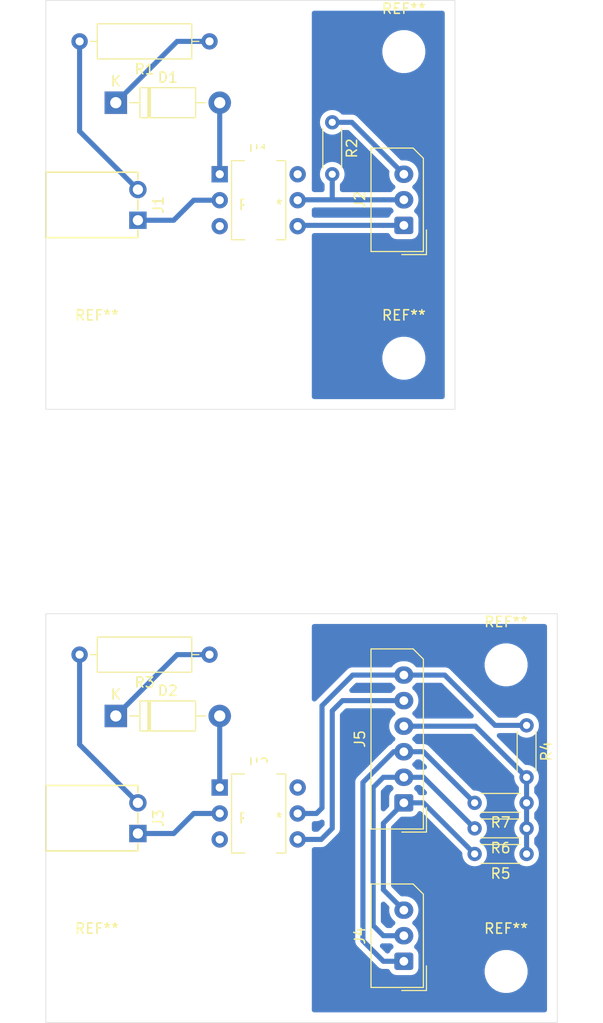
<source format=kicad_pcb>
(kicad_pcb (version 20171130) (host pcbnew 5.1.5)

  (general
    (thickness 1.6)
    (drawings 8)
    (tracks 62)
    (zones 0)
    (modules 24)
    (nets 13)
  )

  (page A4)
  (layers
    (0 F.Cu signal)
    (31 B.Cu signal)
    (32 B.Adhes user)
    (33 F.Adhes user)
    (34 B.Paste user)
    (35 F.Paste user)
    (36 B.SilkS user)
    (37 F.SilkS user)
    (38 B.Mask user)
    (39 F.Mask user)
    (40 Dwgs.User user)
    (41 Cmts.User user)
    (42 Eco1.User user)
    (43 Eco2.User user)
    (44 Edge.Cuts user)
    (45 Margin user)
    (46 B.CrtYd user)
    (47 F.CrtYd user)
    (48 B.Fab user)
    (49 F.Fab user)
  )

  (setup
    (last_trace_width 0.5)
    (user_trace_width 0.5)
    (trace_clearance 0.4)
    (zone_clearance 0.5)
    (zone_45_only no)
    (trace_min 0.2)
    (via_size 0.8)
    (via_drill 0.4)
    (via_min_size 0.4)
    (via_min_drill 0.3)
    (uvia_size 0.3)
    (uvia_drill 0.1)
    (uvias_allowed no)
    (uvia_min_size 0.2)
    (uvia_min_drill 0.1)
    (edge_width 0.05)
    (segment_width 0.2)
    (pcb_text_width 0.3)
    (pcb_text_size 1.5 1.5)
    (mod_edge_width 0.12)
    (mod_text_size 1 1)
    (mod_text_width 0.15)
    (pad_size 1.524 1.524)
    (pad_drill 0.762)
    (pad_to_mask_clearance 0.051)
    (solder_mask_min_width 0.25)
    (aux_axis_origin 0 0)
    (visible_elements FFFFF77F)
    (pcbplotparams
      (layerselection 0x010fc_ffffffff)
      (usegerberextensions false)
      (usegerberattributes false)
      (usegerberadvancedattributes false)
      (creategerberjobfile false)
      (excludeedgelayer true)
      (linewidth 0.100000)
      (plotframeref false)
      (viasonmask false)
      (mode 1)
      (useauxorigin false)
      (hpglpennumber 1)
      (hpglpenspeed 20)
      (hpglpendiameter 15.000000)
      (psnegative false)
      (psa4output false)
      (plotreference true)
      (plotvalue true)
      (plotinvisibletext false)
      (padsonsilk false)
      (subtractmaskfromsilk false)
      (outputformat 1)
      (mirror false)
      (drillshape 1)
      (scaleselection 1)
      (outputdirectory ""))
  )

  (net 0 "")
  (net 1 "Net-(D1-Pad2)")
  (net 2 "Net-(D1-Pad1)")
  (net 3 /HV+)
  (net 4 /HV-)
  (net 5 /GND)
  (net 6 /Sense)
  (net 7 /VCC)
  (net 8 "Net-(D2-Pad2)")
  (net 9 "Net-(D2-Pad1)")
  (net 10 /AUX_3)
  (net 11 /AUX_2)
  (net 12 /AUX_1)

  (net_class Default "This is the default net class."
    (clearance 0.4)
    (trace_width 0.5)
    (via_dia 0.8)
    (via_drill 0.4)
    (uvia_dia 0.3)
    (uvia_drill 0.1)
    (add_net /AUX_1)
    (add_net /AUX_2)
    (add_net /AUX_3)
    (add_net /GND)
    (add_net /HV+)
    (add_net /HV-)
    (add_net /Sense)
    (add_net /VCC)
    (add_net "Net-(D1-Pad1)")
    (add_net "Net-(D1-Pad2)")
    (add_net "Net-(D2-Pad1)")
    (add_net "Net-(D2-Pad2)")
    (add_net "Net-(U1-Pad3)")
    (add_net "Net-(U1-Pad6)")
    (add_net "Net-(U2-Pad3)")
    (add_net "Net-(U2-Pad6)")
  )

  (module Resistor_THT:R_Axial_DIN0204_L3.6mm_D1.6mm_P5.08mm_Horizontal (layer F.Cu) (tedit 5AE5139B) (tstamp 5DE886BC)
    (at 68 51.92 270)
    (descr "Resistor, Axial_DIN0204 series, Axial, Horizontal, pin pitch=5.08mm, 0.167W, length*diameter=3.6*1.6mm^2, http://cdn-reichelt.de/documents/datenblatt/B400/1_4W%23YAG.pdf")
    (tags "Resistor Axial_DIN0204 series Axial Horizontal pin pitch 5.08mm 0.167W length 3.6mm diameter 1.6mm")
    (path /5DE74111)
    (fp_text reference R2 (at 2.54 -1.92 90) (layer F.SilkS)
      (effects (font (size 1 1) (thickness 0.15)))
    )
    (fp_text value 10k (at 2.54 1.92 90) (layer F.Fab)
      (effects (font (size 1 1) (thickness 0.15)))
    )
    (fp_text user %R (at 2.54 0 90) (layer F.Fab)
      (effects (font (size 0.72 0.72) (thickness 0.108)))
    )
    (fp_line (start 6.03 -1.05) (end -0.95 -1.05) (layer F.CrtYd) (width 0.05))
    (fp_line (start 6.03 1.05) (end 6.03 -1.05) (layer F.CrtYd) (width 0.05))
    (fp_line (start -0.95 1.05) (end 6.03 1.05) (layer F.CrtYd) (width 0.05))
    (fp_line (start -0.95 -1.05) (end -0.95 1.05) (layer F.CrtYd) (width 0.05))
    (fp_line (start 0.62 0.92) (end 4.46 0.92) (layer F.SilkS) (width 0.12))
    (fp_line (start 0.62 -0.92) (end 4.46 -0.92) (layer F.SilkS) (width 0.12))
    (fp_line (start 5.08 0) (end 4.34 0) (layer F.Fab) (width 0.1))
    (fp_line (start 0 0) (end 0.74 0) (layer F.Fab) (width 0.1))
    (fp_line (start 4.34 -0.8) (end 0.74 -0.8) (layer F.Fab) (width 0.1))
    (fp_line (start 4.34 0.8) (end 4.34 -0.8) (layer F.Fab) (width 0.1))
    (fp_line (start 0.74 0.8) (end 4.34 0.8) (layer F.Fab) (width 0.1))
    (fp_line (start 0.74 -0.8) (end 0.74 0.8) (layer F.Fab) (width 0.1))
    (pad 2 thru_hole oval (at 5.08 0 270) (size 1.4 1.4) (drill 0.7) (layers *.Cu *.Mask)
      (net 6 /Sense))
    (pad 1 thru_hole circle (at 0 0 270) (size 1.4 1.4) (drill 0.7) (layers *.Cu *.Mask)
      (net 7 /VCC))
    (model ${KISYS3DMOD}/Resistor_THT.3dshapes/R_Axial_DIN0204_L3.6mm_D1.6mm_P5.08mm_Horizontal.wrl
      (at (xyz 0 0 0))
      (scale (xyz 1 1 1))
      (rotate (xyz 0 0 0))
    )
  )

  (module Resistor_THT:R_Axial_DIN0204_L3.6mm_D1.6mm_P5.08mm_Horizontal (layer F.Cu) (tedit 5AE5139B) (tstamp 5DE87321)
    (at 87 110.92 270)
    (descr "Resistor, Axial_DIN0204 series, Axial, Horizontal, pin pitch=5.08mm, 0.167W, length*diameter=3.6*1.6mm^2, http://cdn-reichelt.de/documents/datenblatt/B400/1_4W%23YAG.pdf")
    (tags "Resistor Axial_DIN0204 series Axial Horizontal pin pitch 5.08mm 0.167W length 3.6mm diameter 1.6mm")
    (path /5DEE1A7B)
    (fp_text reference R4 (at 2.54 -1.92 90) (layer F.SilkS)
      (effects (font (size 1 1) (thickness 0.15)))
    )
    (fp_text value 10k (at 2.54 1.92 90) (layer F.Fab)
      (effects (font (size 1 1) (thickness 0.15)))
    )
    (fp_text user %R (at 2.54 0 90) (layer F.Fab)
      (effects (font (size 0.72 0.72) (thickness 0.108)))
    )
    (fp_line (start 6.03 -1.05) (end -0.95 -1.05) (layer F.CrtYd) (width 0.05))
    (fp_line (start 6.03 1.05) (end 6.03 -1.05) (layer F.CrtYd) (width 0.05))
    (fp_line (start -0.95 1.05) (end 6.03 1.05) (layer F.CrtYd) (width 0.05))
    (fp_line (start -0.95 -1.05) (end -0.95 1.05) (layer F.CrtYd) (width 0.05))
    (fp_line (start 0.62 0.92) (end 4.46 0.92) (layer F.SilkS) (width 0.12))
    (fp_line (start 0.62 -0.92) (end 4.46 -0.92) (layer F.SilkS) (width 0.12))
    (fp_line (start 5.08 0) (end 4.34 0) (layer F.Fab) (width 0.1))
    (fp_line (start 0 0) (end 0.74 0) (layer F.Fab) (width 0.1))
    (fp_line (start 4.34 -0.8) (end 0.74 -0.8) (layer F.Fab) (width 0.1))
    (fp_line (start 4.34 0.8) (end 4.34 -0.8) (layer F.Fab) (width 0.1))
    (fp_line (start 0.74 0.8) (end 4.34 0.8) (layer F.Fab) (width 0.1))
    (fp_line (start 0.74 -0.8) (end 0.74 0.8) (layer F.Fab) (width 0.1))
    (pad 2 thru_hole oval (at 5.08 0 270) (size 1.4 1.4) (drill 0.7) (layers *.Cu *.Mask)
      (net 7 /VCC))
    (pad 1 thru_hole circle (at 0 0 270) (size 1.4 1.4) (drill 0.7) (layers *.Cu *.Mask)
      (net 6 /Sense))
    (model ${KISYS3DMOD}/Resistor_THT.3dshapes/R_Axial_DIN0204_L3.6mm_D1.6mm_P5.08mm_Horizontal.wrl
      (at (xyz 0 0 0))
      (scale (xyz 1 1 1))
      (rotate (xyz 0 0 0))
    )
  )

  (module Resistor_THT:R_Axial_DIN0204_L3.6mm_D1.6mm_P5.08mm_Horizontal (layer F.Cu) (tedit 5AE5139B) (tstamp 5DE87BFE)
    (at 87 118.5 180)
    (descr "Resistor, Axial_DIN0204 series, Axial, Horizontal, pin pitch=5.08mm, 0.167W, length*diameter=3.6*1.6mm^2, http://cdn-reichelt.de/documents/datenblatt/B400/1_4W%23YAG.pdf")
    (tags "Resistor Axial_DIN0204 series Axial Horizontal pin pitch 5.08mm 0.167W length 3.6mm diameter 1.6mm")
    (path /5DEC4428)
    (fp_text reference R7 (at 2.54 -1.92) (layer F.SilkS)
      (effects (font (size 1 1) (thickness 0.15)))
    )
    (fp_text value 10k (at 2.54 1.92) (layer F.Fab)
      (effects (font (size 1 1) (thickness 0.15)))
    )
    (fp_text user %R (at 2.54 0) (layer F.Fab)
      (effects (font (size 0.72 0.72) (thickness 0.108)))
    )
    (fp_line (start 6.03 -1.05) (end -0.95 -1.05) (layer F.CrtYd) (width 0.05))
    (fp_line (start 6.03 1.05) (end 6.03 -1.05) (layer F.CrtYd) (width 0.05))
    (fp_line (start -0.95 1.05) (end 6.03 1.05) (layer F.CrtYd) (width 0.05))
    (fp_line (start -0.95 -1.05) (end -0.95 1.05) (layer F.CrtYd) (width 0.05))
    (fp_line (start 0.62 0.92) (end 4.46 0.92) (layer F.SilkS) (width 0.12))
    (fp_line (start 0.62 -0.92) (end 4.46 -0.92) (layer F.SilkS) (width 0.12))
    (fp_line (start 5.08 0) (end 4.34 0) (layer F.Fab) (width 0.1))
    (fp_line (start 0 0) (end 0.74 0) (layer F.Fab) (width 0.1))
    (fp_line (start 4.34 -0.8) (end 0.74 -0.8) (layer F.Fab) (width 0.1))
    (fp_line (start 4.34 0.8) (end 4.34 -0.8) (layer F.Fab) (width 0.1))
    (fp_line (start 0.74 0.8) (end 4.34 0.8) (layer F.Fab) (width 0.1))
    (fp_line (start 0.74 -0.8) (end 0.74 0.8) (layer F.Fab) (width 0.1))
    (pad 2 thru_hole oval (at 5.08 0 180) (size 1.4 1.4) (drill 0.7) (layers *.Cu *.Mask)
      (net 12 /AUX_1))
    (pad 1 thru_hole circle (at 0 0 180) (size 1.4 1.4) (drill 0.7) (layers *.Cu *.Mask)
      (net 7 /VCC))
    (model ${KISYS3DMOD}/Resistor_THT.3dshapes/R_Axial_DIN0204_L3.6mm_D1.6mm_P5.08mm_Horizontal.wrl
      (at (xyz 0 0 0))
      (scale (xyz 1 1 1))
      (rotate (xyz 0 0 0))
    )
  )

  (module Resistor_THT:R_Axial_DIN0204_L3.6mm_D1.6mm_P5.08mm_Horizontal (layer F.Cu) (tedit 5AE5139B) (tstamp 5DE87BC8)
    (at 87 121 180)
    (descr "Resistor, Axial_DIN0204 series, Axial, Horizontal, pin pitch=5.08mm, 0.167W, length*diameter=3.6*1.6mm^2, http://cdn-reichelt.de/documents/datenblatt/B400/1_4W%23YAG.pdf")
    (tags "Resistor Axial_DIN0204 series Axial Horizontal pin pitch 5.08mm 0.167W length 3.6mm diameter 1.6mm")
    (path /5DEC855C)
    (fp_text reference R6 (at 2.54 -1.92) (layer F.SilkS)
      (effects (font (size 1 1) (thickness 0.15)))
    )
    (fp_text value 10k (at 2.54 1.92) (layer F.Fab)
      (effects (font (size 1 1) (thickness 0.15)))
    )
    (fp_text user %R (at 2.54 0) (layer F.Fab)
      (effects (font (size 0.72 0.72) (thickness 0.108)))
    )
    (fp_line (start 6.03 -1.05) (end -0.95 -1.05) (layer F.CrtYd) (width 0.05))
    (fp_line (start 6.03 1.05) (end 6.03 -1.05) (layer F.CrtYd) (width 0.05))
    (fp_line (start -0.95 1.05) (end 6.03 1.05) (layer F.CrtYd) (width 0.05))
    (fp_line (start -0.95 -1.05) (end -0.95 1.05) (layer F.CrtYd) (width 0.05))
    (fp_line (start 0.62 0.92) (end 4.46 0.92) (layer F.SilkS) (width 0.12))
    (fp_line (start 0.62 -0.92) (end 4.46 -0.92) (layer F.SilkS) (width 0.12))
    (fp_line (start 5.08 0) (end 4.34 0) (layer F.Fab) (width 0.1))
    (fp_line (start 0 0) (end 0.74 0) (layer F.Fab) (width 0.1))
    (fp_line (start 4.34 -0.8) (end 0.74 -0.8) (layer F.Fab) (width 0.1))
    (fp_line (start 4.34 0.8) (end 4.34 -0.8) (layer F.Fab) (width 0.1))
    (fp_line (start 0.74 0.8) (end 4.34 0.8) (layer F.Fab) (width 0.1))
    (fp_line (start 0.74 -0.8) (end 0.74 0.8) (layer F.Fab) (width 0.1))
    (pad 2 thru_hole oval (at 5.08 0 180) (size 1.4 1.4) (drill 0.7) (layers *.Cu *.Mask)
      (net 11 /AUX_2))
    (pad 1 thru_hole circle (at 0 0 180) (size 1.4 1.4) (drill 0.7) (layers *.Cu *.Mask)
      (net 7 /VCC))
    (model ${KISYS3DMOD}/Resistor_THT.3dshapes/R_Axial_DIN0204_L3.6mm_D1.6mm_P5.08mm_Horizontal.wrl
      (at (xyz 0 0 0))
      (scale (xyz 1 1 1))
      (rotate (xyz 0 0 0))
    )
  )

  (module Resistor_THT:R_Axial_DIN0204_L3.6mm_D1.6mm_P5.08mm_Horizontal (layer F.Cu) (tedit 5AE5139B) (tstamp 5DE87B92)
    (at 87 123.5 180)
    (descr "Resistor, Axial_DIN0204 series, Axial, Horizontal, pin pitch=5.08mm, 0.167W, length*diameter=3.6*1.6mm^2, http://cdn-reichelt.de/documents/datenblatt/B400/1_4W%23YAG.pdf")
    (tags "Resistor Axial_DIN0204 series Axial Horizontal pin pitch 5.08mm 0.167W length 3.6mm diameter 1.6mm")
    (path /5DECB06C)
    (fp_text reference R5 (at 2.54 -1.92) (layer F.SilkS)
      (effects (font (size 1 1) (thickness 0.15)))
    )
    (fp_text value 10k (at 2.54 1.92) (layer F.Fab)
      (effects (font (size 1 1) (thickness 0.15)))
    )
    (fp_text user %R (at 2.54 0) (layer F.Fab)
      (effects (font (size 0.72 0.72) (thickness 0.108)))
    )
    (fp_line (start 6.03 -1.05) (end -0.95 -1.05) (layer F.CrtYd) (width 0.05))
    (fp_line (start 6.03 1.05) (end 6.03 -1.05) (layer F.CrtYd) (width 0.05))
    (fp_line (start -0.95 1.05) (end 6.03 1.05) (layer F.CrtYd) (width 0.05))
    (fp_line (start -0.95 -1.05) (end -0.95 1.05) (layer F.CrtYd) (width 0.05))
    (fp_line (start 0.62 0.92) (end 4.46 0.92) (layer F.SilkS) (width 0.12))
    (fp_line (start 0.62 -0.92) (end 4.46 -0.92) (layer F.SilkS) (width 0.12))
    (fp_line (start 5.08 0) (end 4.34 0) (layer F.Fab) (width 0.1))
    (fp_line (start 0 0) (end 0.74 0) (layer F.Fab) (width 0.1))
    (fp_line (start 4.34 -0.8) (end 0.74 -0.8) (layer F.Fab) (width 0.1))
    (fp_line (start 4.34 0.8) (end 4.34 -0.8) (layer F.Fab) (width 0.1))
    (fp_line (start 0.74 0.8) (end 4.34 0.8) (layer F.Fab) (width 0.1))
    (fp_line (start 0.74 -0.8) (end 0.74 0.8) (layer F.Fab) (width 0.1))
    (pad 2 thru_hole oval (at 5.08 0 180) (size 1.4 1.4) (drill 0.7) (layers *.Cu *.Mask)
      (net 10 /AUX_3))
    (pad 1 thru_hole circle (at 0 0 180) (size 1.4 1.4) (drill 0.7) (layers *.Cu *.Mask)
      (net 7 /VCC))
    (model ${KISYS3DMOD}/Resistor_THT.3dshapes/R_Axial_DIN0204_L3.6mm_D1.6mm_P5.08mm_Horizontal.wrl
      (at (xyz 0 0 0))
      (scale (xyz 1 1 1))
      (rotate (xyz 0 0 0))
    )
  )

  (module Connector_Molex:Molex_SPOX_5267-06A_1x06_P2.50mm_Vertical (layer F.Cu) (tedit 5B7833F7) (tstamp 5DE87717)
    (at 75 118.5 90)
    (descr "Molex SPOX Connector System, 5267-06A, 6 Pins per row (http://www.molex.com/pdm_docs/sd/022035035_sd.pdf), generated with kicad-footprint-generator")
    (tags "connector Molex SPOX side entry")
    (path /5DEBE41E)
    (fp_text reference J5 (at 6.25 -4.3 90) (layer F.SilkS)
      (effects (font (size 1 1) (thickness 0.15)))
    )
    (fp_text value Conn_01x06 (at 6.25 3 90) (layer F.Fab)
      (effects (font (size 1 1) (thickness 0.15)))
    )
    (fp_text user %R (at 6.25 -2.4 90) (layer F.Fab)
      (effects (font (size 1 1) (thickness 0.15)))
    )
    (fp_line (start 15.45 -3.6) (end -2.95 -3.6) (layer F.CrtYd) (width 0.05))
    (fp_line (start 15.45 1.3) (end 15.45 -3.6) (layer F.CrtYd) (width 0.05))
    (fp_line (start 14.45 2.3) (end 15.45 1.3) (layer F.CrtYd) (width 0.05))
    (fp_line (start -2.95 2.3) (end 14.45 2.3) (layer F.CrtYd) (width 0.05))
    (fp_line (start -2.95 -3.6) (end -2.95 2.3) (layer F.CrtYd) (width 0.05))
    (fp_line (start 0 1.092893) (end 0.5 1.8) (layer F.Fab) (width 0.1))
    (fp_line (start -0.5 1.8) (end 0 1.092893) (layer F.Fab) (width 0.1))
    (fp_line (start -2.86 2.21) (end -0.45 2.21) (layer F.SilkS) (width 0.12))
    (fp_line (start -2.86 -0.2) (end -2.86 2.21) (layer F.SilkS) (width 0.12))
    (fp_line (start 15.06 -3.21) (end -2.56 -3.21) (layer F.SilkS) (width 0.12))
    (fp_line (start 15.06 0.91) (end 15.06 -3.21) (layer F.SilkS) (width 0.12))
    (fp_line (start 14.06 1.91) (end 15.06 0.91) (layer F.SilkS) (width 0.12))
    (fp_line (start -2.56 1.91) (end 14.06 1.91) (layer F.SilkS) (width 0.12))
    (fp_line (start -2.56 -3.21) (end -2.56 1.91) (layer F.SilkS) (width 0.12))
    (fp_line (start 14.95 -3.1) (end -2.45 -3.1) (layer F.Fab) (width 0.1))
    (fp_line (start 14.95 0.8) (end 14.95 -3.1) (layer F.Fab) (width 0.1))
    (fp_line (start 13.95 1.8) (end 14.95 0.8) (layer F.Fab) (width 0.1))
    (fp_line (start -2.45 1.8) (end 13.95 1.8) (layer F.Fab) (width 0.1))
    (fp_line (start -2.45 -3.1) (end -2.45 1.8) (layer F.Fab) (width 0.1))
    (pad 6 thru_hole oval (at 12.5 0 90) (size 1.7 1.85) (drill 0.85) (layers *.Cu *.Mask)
      (net 6 /Sense))
    (pad 5 thru_hole oval (at 10 0 90) (size 1.7 1.85) (drill 0.85) (layers *.Cu *.Mask)
      (net 5 /GND))
    (pad 4 thru_hole oval (at 7.5 0 90) (size 1.7 1.85) (drill 0.85) (layers *.Cu *.Mask)
      (net 7 /VCC))
    (pad 3 thru_hole oval (at 5 0 90) (size 1.7 1.85) (drill 0.85) (layers *.Cu *.Mask)
      (net 12 /AUX_1))
    (pad 2 thru_hole oval (at 2.5 0 90) (size 1.7 1.85) (drill 0.85) (layers *.Cu *.Mask)
      (net 11 /AUX_2))
    (pad 1 thru_hole roundrect (at 0 0 90) (size 1.7 1.85) (drill 0.85) (layers *.Cu *.Mask) (roundrect_rratio 0.147059)
      (net 10 /AUX_3))
    (model ${KISYS3DMOD}/Connector_Molex.3dshapes/Molex_SPOX_5267-06A_1x06_P2.50mm_Vertical.wrl
      (at (xyz 0 0 0))
      (scale (xyz 1 1 1))
      (rotate (xyz 0 0 0))
    )
  )

  (module MountingHole:MountingHole_3.2mm_M3 (layer F.Cu) (tedit 56D1B4CB) (tstamp 5DE8756C)
    (at 85 135)
    (descr "Mounting Hole 3.2mm, no annular, M3")
    (tags "mounting hole 3.2mm no annular m3")
    (attr virtual)
    (fp_text reference REF** (at 0 -4.2) (layer F.SilkS)
      (effects (font (size 1 1) (thickness 0.15)))
    )
    (fp_text value MountingHole_3.2mm_M3 (at 0 4.2) (layer F.Fab)
      (effects (font (size 1 1) (thickness 0.15)))
    )
    (fp_circle (center 0 0) (end 3.45 0) (layer F.CrtYd) (width 0.05))
    (fp_circle (center 0 0) (end 3.2 0) (layer Cmts.User) (width 0.15))
    (fp_text user %R (at 0.3 0) (layer F.Fab)
      (effects (font (size 1 1) (thickness 0.15)))
    )
    (pad 1 np_thru_hole circle (at 0 0) (size 3.2 3.2) (drill 3.2) (layers *.Cu *.Mask))
  )

  (module MountingHole:MountingHole_3.2mm_M3 (layer F.Cu) (tedit 56D1B4CB) (tstamp 5DE874A4)
    (at 75 75)
    (descr "Mounting Hole 3.2mm, no annular, M3")
    (tags "mounting hole 3.2mm no annular m3")
    (attr virtual)
    (fp_text reference REF** (at 0 -4.2) (layer F.SilkS)
      (effects (font (size 1 1) (thickness 0.15)))
    )
    (fp_text value MountingHole_3.2mm_M3 (at 0 4.2) (layer F.Fab)
      (effects (font (size 1 1) (thickness 0.15)))
    )
    (fp_text user %R (at 0.3 0) (layer F.Fab)
      (effects (font (size 1 1) (thickness 0.15)))
    )
    (fp_circle (center 0 0) (end 3.2 0) (layer Cmts.User) (width 0.15))
    (fp_circle (center 0 0) (end 3.45 0) (layer F.CrtYd) (width 0.05))
    (pad 1 np_thru_hole circle (at 0 0) (size 3.2 3.2) (drill 3.2) (layers *.Cu *.Mask))
  )

  (module project:Cutout (layer F.Cu) (tedit 5DE6B6A9) (tstamp 5DE87397)
    (at 61 119.5)
    (fp_text reference REF** (at 0 0.5) (layer F.SilkS)
      (effects (font (size 1 1) (thickness 0.15)))
    )
    (fp_text value Cutout (at 0 -0.5) (layer F.Fab)
      (effects (font (size 1 1) (thickness 0.15)))
    )
    (pad "" np_thru_hole oval (at 0 0) (size 3.2 10) (drill oval 3.2 10) (layers *.Cu *.Mask))
  )

  (module MountingHole:MountingHole_3.2mm_M3 (layer F.Cu) (tedit 56D1B4CB) (tstamp 5DE872FE)
    (at 45 135)
    (descr "Mounting Hole 3.2mm, no annular, M3")
    (tags "mounting hole 3.2mm no annular m3")
    (attr virtual)
    (fp_text reference REF** (at 0 -4.2) (layer F.SilkS)
      (effects (font (size 1 1) (thickness 0.15)))
    )
    (fp_text value MountingHole_3.2mm_M3 (at 0 4.2) (layer F.Fab)
      (effects (font (size 1 1) (thickness 0.15)))
    )
    (fp_circle (center 0 0) (end 3.45 0) (layer F.CrtYd) (width 0.05))
    (fp_circle (center 0 0) (end 3.2 0) (layer Cmts.User) (width 0.15))
    (fp_text user %R (at 0.3 0) (layer F.Fab)
      (effects (font (size 1 1) (thickness 0.15)))
    )
    (pad 1 np_thru_hole circle (at 0 0) (size 3.2 3.2) (drill 3.2) (layers *.Cu *.Mask))
  )

  (module MountingHole:MountingHole_3.2mm_M3 (layer F.Cu) (tedit 56D1B4CB) (tstamp 5DE87196)
    (at 85 105)
    (descr "Mounting Hole 3.2mm, no annular, M3")
    (tags "mounting hole 3.2mm no annular m3")
    (attr virtual)
    (fp_text reference REF** (at 0 -4.2) (layer F.SilkS)
      (effects (font (size 1 1) (thickness 0.15)))
    )
    (fp_text value MountingHole_3.2mm_M3 (at 0 4.2) (layer F.Fab)
      (effects (font (size 1 1) (thickness 0.15)))
    )
    (fp_text user %R (at 0.3 0) (layer F.Fab)
      (effects (font (size 1 1) (thickness 0.15)))
    )
    (fp_circle (center 0 0) (end 3.2 0) (layer Cmts.User) (width 0.15))
    (fp_circle (center 0 0) (end 3.45 0) (layer F.CrtYd) (width 0.05))
    (pad 1 np_thru_hole circle (at 0 0) (size 3.2 3.2) (drill 3.2) (layers *.Cu *.Mask))
  )

  (module Diode_THT:D_DO-41_SOD81_P10.16mm_Horizontal (layer F.Cu) (tedit 5AE50CD5) (tstamp 5DE8561E)
    (at 46.84 50)
    (descr "Diode, DO-41_SOD81 series, Axial, Horizontal, pin pitch=10.16mm, , length*diameter=5.2*2.7mm^2, , http://www.diodes.com/_files/packages/DO-41%20(Plastic).pdf")
    (tags "Diode DO-41_SOD81 series Axial Horizontal pin pitch 10.16mm  length 5.2mm diameter 2.7mm")
    (path /5DE929E0)
    (fp_text reference D1 (at 5.08 -2.47) (layer F.SilkS)
      (effects (font (size 1 1) (thickness 0.15)))
    )
    (fp_text value 51V (at 5.08 2.47) (layer F.Fab)
      (effects (font (size 1 1) (thickness 0.15)))
    )
    (fp_text user K (at 0 -2.1) (layer F.SilkS)
      (effects (font (size 1 1) (thickness 0.15)))
    )
    (fp_text user K (at 0 -2.1) (layer F.Fab)
      (effects (font (size 1 1) (thickness 0.15)))
    )
    (fp_text user %R (at 5.47 0) (layer F.Fab)
      (effects (font (size 1 1) (thickness 0.15)))
    )
    (fp_line (start 11.51 -1.6) (end -1.35 -1.6) (layer F.CrtYd) (width 0.05))
    (fp_line (start 11.51 1.6) (end 11.51 -1.6) (layer F.CrtYd) (width 0.05))
    (fp_line (start -1.35 1.6) (end 11.51 1.6) (layer F.CrtYd) (width 0.05))
    (fp_line (start -1.35 -1.6) (end -1.35 1.6) (layer F.CrtYd) (width 0.05))
    (fp_line (start 3.14 -1.47) (end 3.14 1.47) (layer F.SilkS) (width 0.12))
    (fp_line (start 3.38 -1.47) (end 3.38 1.47) (layer F.SilkS) (width 0.12))
    (fp_line (start 3.26 -1.47) (end 3.26 1.47) (layer F.SilkS) (width 0.12))
    (fp_line (start 8.82 0) (end 7.8 0) (layer F.SilkS) (width 0.12))
    (fp_line (start 1.34 0) (end 2.36 0) (layer F.SilkS) (width 0.12))
    (fp_line (start 7.8 -1.47) (end 2.36 -1.47) (layer F.SilkS) (width 0.12))
    (fp_line (start 7.8 1.47) (end 7.8 -1.47) (layer F.SilkS) (width 0.12))
    (fp_line (start 2.36 1.47) (end 7.8 1.47) (layer F.SilkS) (width 0.12))
    (fp_line (start 2.36 -1.47) (end 2.36 1.47) (layer F.SilkS) (width 0.12))
    (fp_line (start 3.16 -1.35) (end 3.16 1.35) (layer F.Fab) (width 0.1))
    (fp_line (start 3.36 -1.35) (end 3.36 1.35) (layer F.Fab) (width 0.1))
    (fp_line (start 3.26 -1.35) (end 3.26 1.35) (layer F.Fab) (width 0.1))
    (fp_line (start 10.16 0) (end 7.68 0) (layer F.Fab) (width 0.1))
    (fp_line (start 0 0) (end 2.48 0) (layer F.Fab) (width 0.1))
    (fp_line (start 7.68 -1.35) (end 2.48 -1.35) (layer F.Fab) (width 0.1))
    (fp_line (start 7.68 1.35) (end 7.68 -1.35) (layer F.Fab) (width 0.1))
    (fp_line (start 2.48 1.35) (end 7.68 1.35) (layer F.Fab) (width 0.1))
    (fp_line (start 2.48 -1.35) (end 2.48 1.35) (layer F.Fab) (width 0.1))
    (pad 2 thru_hole oval (at 10.16 0) (size 2.2 2.2) (drill 1.1) (layers *.Cu *.Mask)
      (net 1 "Net-(D1-Pad2)"))
    (pad 1 thru_hole rect (at 0 0) (size 2.2 2.2) (drill 1.1) (layers *.Cu *.Mask)
      (net 2 "Net-(D1-Pad1)"))
    (model ${KISYS3DMOD}/Diode_THT.3dshapes/D_DO-41_SOD81_P10.16mm_Horizontal.wrl
      (at (xyz 0 0 0))
      (scale (xyz 1 1 1))
      (rotate (xyz 0 0 0))
    )
  )

  (module Package_DIP:DIP-6_W7.62mm (layer F.Cu) (tedit 5A02E8C5) (tstamp 5DE87361)
    (at 57 117)
    (descr "6-lead though-hole mounted DIP package, row spacing 7.62 mm (300 mils)")
    (tags "THT DIP DIL PDIP 2.54mm 7.62mm 300mil")
    (path /5DEBAF2E)
    (fp_text reference U2 (at 3.81 -2.33) (layer F.SilkS)
      (effects (font (size 1 1) (thickness 0.15)))
    )
    (fp_text value 4N35 (at 3.81 7.41) (layer F.Fab)
      (effects (font (size 1 1) (thickness 0.15)))
    )
    (fp_text user %R (at 3.81 2.54) (layer F.Fab)
      (effects (font (size 1 1) (thickness 0.15)))
    )
    (fp_line (start 8.7 -1.55) (end -1.1 -1.55) (layer F.CrtYd) (width 0.05))
    (fp_line (start 8.7 6.6) (end 8.7 -1.55) (layer F.CrtYd) (width 0.05))
    (fp_line (start -1.1 6.6) (end 8.7 6.6) (layer F.CrtYd) (width 0.05))
    (fp_line (start -1.1 -1.55) (end -1.1 6.6) (layer F.CrtYd) (width 0.05))
    (fp_line (start 6.46 -1.33) (end 4.81 -1.33) (layer F.SilkS) (width 0.12))
    (fp_line (start 6.46 6.41) (end 6.46 -1.33) (layer F.SilkS) (width 0.12))
    (fp_line (start 1.16 6.41) (end 6.46 6.41) (layer F.SilkS) (width 0.12))
    (fp_line (start 1.16 -1.33) (end 1.16 6.41) (layer F.SilkS) (width 0.12))
    (fp_line (start 2.81 -1.33) (end 1.16 -1.33) (layer F.SilkS) (width 0.12))
    (fp_line (start 0.635 -0.27) (end 1.635 -1.27) (layer F.Fab) (width 0.1))
    (fp_line (start 0.635 6.35) (end 0.635 -0.27) (layer F.Fab) (width 0.1))
    (fp_line (start 6.985 6.35) (end 0.635 6.35) (layer F.Fab) (width 0.1))
    (fp_line (start 6.985 -1.27) (end 6.985 6.35) (layer F.Fab) (width 0.1))
    (fp_line (start 1.635 -1.27) (end 6.985 -1.27) (layer F.Fab) (width 0.1))
    (fp_arc (start 3.81 -1.33) (end 2.81 -1.33) (angle -180) (layer F.SilkS) (width 0.12))
    (pad 6 thru_hole oval (at 7.62 0) (size 1.6 1.6) (drill 0.8) (layers *.Cu *.Mask))
    (pad 3 thru_hole oval (at 0 5.08) (size 1.6 1.6) (drill 0.8) (layers *.Cu *.Mask))
    (pad 5 thru_hole oval (at 7.62 2.54) (size 1.6 1.6) (drill 0.8) (layers *.Cu *.Mask)
      (net 6 /Sense))
    (pad 2 thru_hole oval (at 0 2.54) (size 1.6 1.6) (drill 0.8) (layers *.Cu *.Mask)
      (net 4 /HV-))
    (pad 4 thru_hole oval (at 7.62 5.08) (size 1.6 1.6) (drill 0.8) (layers *.Cu *.Mask)
      (net 5 /GND))
    (pad 1 thru_hole rect (at 0 0) (size 1.6 1.6) (drill 0.8) (layers *.Cu *.Mask)
      (net 8 "Net-(D2-Pad2)"))
    (model ${KISYS3DMOD}/Package_DIP.3dshapes/DIP-6_W7.62mm.wrl
      (at (xyz 0 0 0))
      (scale (xyz 1 1 1))
      (rotate (xyz 0 0 0))
    )
  )

  (module Resistor_THT:R_Axial_DIN0309_L9.0mm_D3.2mm_P12.70mm_Horizontal (layer F.Cu) (tedit 5AE5139B) (tstamp 5DE870C7)
    (at 56 104 180)
    (descr "Resistor, Axial_DIN0309 series, Axial, Horizontal, pin pitch=12.7mm, 0.5W = 1/2W, length*diameter=9*3.2mm^2, http://cdn-reichelt.de/documents/datenblatt/B400/1_4W%23YAG.pdf")
    (tags "Resistor Axial_DIN0309 series Axial Horizontal pin pitch 12.7mm 0.5W = 1/2W length 9mm diameter 3.2mm")
    (path /5DEBAF35)
    (fp_text reference R3 (at 6.35 -2.72) (layer F.SilkS)
      (effects (font (size 1 1) (thickness 0.15)))
    )
    (fp_text value 10k (at 6.35 2.72) (layer F.Fab)
      (effects (font (size 1 1) (thickness 0.15)))
    )
    (fp_text user %R (at 6.35 0) (layer F.Fab)
      (effects (font (size 1 1) (thickness 0.15)))
    )
    (fp_line (start 13.75 -1.85) (end -1.05 -1.85) (layer F.CrtYd) (width 0.05))
    (fp_line (start 13.75 1.85) (end 13.75 -1.85) (layer F.CrtYd) (width 0.05))
    (fp_line (start -1.05 1.85) (end 13.75 1.85) (layer F.CrtYd) (width 0.05))
    (fp_line (start -1.05 -1.85) (end -1.05 1.85) (layer F.CrtYd) (width 0.05))
    (fp_line (start 11.66 0) (end 10.97 0) (layer F.SilkS) (width 0.12))
    (fp_line (start 1.04 0) (end 1.73 0) (layer F.SilkS) (width 0.12))
    (fp_line (start 10.97 -1.72) (end 1.73 -1.72) (layer F.SilkS) (width 0.12))
    (fp_line (start 10.97 1.72) (end 10.97 -1.72) (layer F.SilkS) (width 0.12))
    (fp_line (start 1.73 1.72) (end 10.97 1.72) (layer F.SilkS) (width 0.12))
    (fp_line (start 1.73 -1.72) (end 1.73 1.72) (layer F.SilkS) (width 0.12))
    (fp_line (start 12.7 0) (end 10.85 0) (layer F.Fab) (width 0.1))
    (fp_line (start 0 0) (end 1.85 0) (layer F.Fab) (width 0.1))
    (fp_line (start 10.85 -1.6) (end 1.85 -1.6) (layer F.Fab) (width 0.1))
    (fp_line (start 10.85 1.6) (end 10.85 -1.6) (layer F.Fab) (width 0.1))
    (fp_line (start 1.85 1.6) (end 10.85 1.6) (layer F.Fab) (width 0.1))
    (fp_line (start 1.85 -1.6) (end 1.85 1.6) (layer F.Fab) (width 0.1))
    (pad 2 thru_hole oval (at 12.7 0 180) (size 1.6 1.6) (drill 0.8) (layers *.Cu *.Mask)
      (net 3 /HV+))
    (pad 1 thru_hole circle (at 0 0 180) (size 1.6 1.6) (drill 0.8) (layers *.Cu *.Mask)
      (net 9 "Net-(D2-Pad1)"))
    (model ${KISYS3DMOD}/Resistor_THT.3dshapes/R_Axial_DIN0309_L9.0mm_D3.2mm_P12.70mm_Horizontal.wrl
      (at (xyz 0 0 0))
      (scale (xyz 1 1 1))
      (rotate (xyz 0 0 0))
    )
  )

  (module Connector_Molex:Molex_SPOX_5267-03A_1x03_P2.50mm_Vertical (layer F.Cu) (tedit 5B7833F7) (tstamp 5DE87254)
    (at 75 134 90)
    (descr "Molex SPOX Connector System, 5267-03A, 3 Pins per row (http://www.molex.com/pdm_docs/sd/022035035_sd.pdf), generated with kicad-footprint-generator")
    (tags "connector Molex SPOX side entry")
    (path /5DEBEFA0)
    (fp_text reference J4 (at 2.5 -4.3 90) (layer F.SilkS)
      (effects (font (size 1 1) (thickness 0.15)))
    )
    (fp_text value Conn_01x03 (at 2.5 3 90) (layer F.Fab)
      (effects (font (size 1 1) (thickness 0.15)))
    )
    (fp_text user %R (at 2.5 -2.4 90) (layer F.Fab)
      (effects (font (size 1 1) (thickness 0.15)))
    )
    (fp_line (start 7.95 -3.6) (end -2.95 -3.6) (layer F.CrtYd) (width 0.05))
    (fp_line (start 7.95 1.3) (end 7.95 -3.6) (layer F.CrtYd) (width 0.05))
    (fp_line (start 6.95 2.3) (end 7.95 1.3) (layer F.CrtYd) (width 0.05))
    (fp_line (start -2.95 2.3) (end 6.95 2.3) (layer F.CrtYd) (width 0.05))
    (fp_line (start -2.95 -3.6) (end -2.95 2.3) (layer F.CrtYd) (width 0.05))
    (fp_line (start 0 1.092893) (end 0.5 1.8) (layer F.Fab) (width 0.1))
    (fp_line (start -0.5 1.8) (end 0 1.092893) (layer F.Fab) (width 0.1))
    (fp_line (start -2.86 2.21) (end -0.45 2.21) (layer F.SilkS) (width 0.12))
    (fp_line (start -2.86 -0.2) (end -2.86 2.21) (layer F.SilkS) (width 0.12))
    (fp_line (start 7.56 -3.21) (end -2.56 -3.21) (layer F.SilkS) (width 0.12))
    (fp_line (start 7.56 0.91) (end 7.56 -3.21) (layer F.SilkS) (width 0.12))
    (fp_line (start 6.56 1.91) (end 7.56 0.91) (layer F.SilkS) (width 0.12))
    (fp_line (start -2.56 1.91) (end 6.56 1.91) (layer F.SilkS) (width 0.12))
    (fp_line (start -2.56 -3.21) (end -2.56 1.91) (layer F.SilkS) (width 0.12))
    (fp_line (start 7.45 -3.1) (end -2.45 -3.1) (layer F.Fab) (width 0.1))
    (fp_line (start 7.45 0.8) (end 7.45 -3.1) (layer F.Fab) (width 0.1))
    (fp_line (start 6.45 1.8) (end 7.45 0.8) (layer F.Fab) (width 0.1))
    (fp_line (start -2.45 1.8) (end 6.45 1.8) (layer F.Fab) (width 0.1))
    (fp_line (start -2.45 -3.1) (end -2.45 1.8) (layer F.Fab) (width 0.1))
    (pad 3 thru_hole oval (at 5 0 90) (size 1.7 1.85) (drill 0.85) (layers *.Cu *.Mask)
      (net 10 /AUX_3))
    (pad 2 thru_hole oval (at 2.5 0 90) (size 1.7 1.85) (drill 0.85) (layers *.Cu *.Mask)
      (net 11 /AUX_2))
    (pad 1 thru_hole roundrect (at 0 0 90) (size 1.7 1.85) (drill 0.85) (layers *.Cu *.Mask) (roundrect_rratio 0.147059)
      (net 12 /AUX_1))
    (model ${KISYS3DMOD}/Connector_Molex.3dshapes/Molex_SPOX_5267-03A_1x03_P2.50mm_Vertical.wrl
      (at (xyz 0 0 0))
      (scale (xyz 1 1 1))
      (rotate (xyz 0 0 0))
    )
  )

  (module project:TE_2-1445098-2 (layer F.Cu) (tedit 5DB0C75C) (tstamp 5DE872D7)
    (at 49 120 180)
    (path /5DEBAF62)
    (fp_text reference J3 (at -2 0 90) (layer F.SilkS)
      (effects (font (size 1 1) (thickness 0.15)))
    )
    (fp_text value 2-1445098-2 (at -2 0 90) (layer F.Fab)
      (effects (font (size 1 1) (thickness 0.15)))
    )
    (fp_line (start 9 5) (end 9 -5) (layer F.CrtYd) (width 0.12))
    (fp_line (start -1 -5) (end -1 5) (layer F.CrtYd) (width 0.12))
    (fp_line (start 9 5) (end -1 5) (layer F.CrtYd) (width 0.12))
    (fp_line (start 9 -5) (end -1 -5) (layer F.CrtYd) (width 0.12))
    (fp_line (start 0 -2.5) (end 0 -3.2) (layer F.SilkS) (width 0.15))
    (fp_line (start 0 0.5) (end 0 -0.5) (layer F.SilkS) (width 0.15))
    (fp_line (start 0 3.2) (end 0 2.5) (layer F.SilkS) (width 0.15))
    (fp_line (start 9 3.2) (end 9 -3.2) (layer F.SilkS) (width 0.15))
    (fp_line (start 0 -3.2) (end 9 -3.2) (layer F.SilkS) (width 0.15))
    (fp_line (start 0 3.2) (end 9 3.2) (layer F.SilkS) (width 0.15))
    (pad 1 thru_hole rect (at 0 -1.5 270) (size 1.7 1.7) (drill 1) (layers *.Cu *.Mask)
      (net 4 /HV-))
    (pad 2 thru_hole circle (at 0 1.5 270) (size 1.7 1.7) (drill 1) (layers *.Cu *.Mask)
      (net 3 /HV+))
    (pad "" np_thru_hole circle (at 4.32 0 270) (size 3 3) (drill 3) (layers *.Cu *.Mask))
  )

  (module Connector_Molex:Molex_SPOX_5267-03A_1x03_P2.50mm_Vertical (layer F.Cu) (tedit 5B7833F7) (tstamp 5DE8885B)
    (at 75 62 90)
    (descr "Molex SPOX Connector System, 5267-03A, 3 Pins per row (http://www.molex.com/pdm_docs/sd/022035035_sd.pdf), generated with kicad-footprint-generator")
    (tags "connector Molex SPOX side entry")
    (path /5DEF22EB)
    (fp_text reference J2 (at 2.5 -4.3 90) (layer F.SilkS)
      (effects (font (size 1 1) (thickness 0.15)))
    )
    (fp_text value Conn_01x03 (at 2.5 3 90) (layer F.Fab)
      (effects (font (size 1 1) (thickness 0.15)))
    )
    (fp_text user %R (at 2.5 -2.4 90) (layer F.Fab)
      (effects (font (size 1 1) (thickness 0.15)))
    )
    (fp_line (start 7.95 -3.6) (end -2.95 -3.6) (layer F.CrtYd) (width 0.05))
    (fp_line (start 7.95 1.3) (end 7.95 -3.6) (layer F.CrtYd) (width 0.05))
    (fp_line (start 6.95 2.3) (end 7.95 1.3) (layer F.CrtYd) (width 0.05))
    (fp_line (start -2.95 2.3) (end 6.95 2.3) (layer F.CrtYd) (width 0.05))
    (fp_line (start -2.95 -3.6) (end -2.95 2.3) (layer F.CrtYd) (width 0.05))
    (fp_line (start 0 1.092893) (end 0.5 1.8) (layer F.Fab) (width 0.1))
    (fp_line (start -0.5 1.8) (end 0 1.092893) (layer F.Fab) (width 0.1))
    (fp_line (start -2.86 2.21) (end -0.45 2.21) (layer F.SilkS) (width 0.12))
    (fp_line (start -2.86 -0.2) (end -2.86 2.21) (layer F.SilkS) (width 0.12))
    (fp_line (start 7.56 -3.21) (end -2.56 -3.21) (layer F.SilkS) (width 0.12))
    (fp_line (start 7.56 0.91) (end 7.56 -3.21) (layer F.SilkS) (width 0.12))
    (fp_line (start 6.56 1.91) (end 7.56 0.91) (layer F.SilkS) (width 0.12))
    (fp_line (start -2.56 1.91) (end 6.56 1.91) (layer F.SilkS) (width 0.12))
    (fp_line (start -2.56 -3.21) (end -2.56 1.91) (layer F.SilkS) (width 0.12))
    (fp_line (start 7.45 -3.1) (end -2.45 -3.1) (layer F.Fab) (width 0.1))
    (fp_line (start 7.45 0.8) (end 7.45 -3.1) (layer F.Fab) (width 0.1))
    (fp_line (start 6.45 1.8) (end 7.45 0.8) (layer F.Fab) (width 0.1))
    (fp_line (start -2.45 1.8) (end 6.45 1.8) (layer F.Fab) (width 0.1))
    (fp_line (start -2.45 -3.1) (end -2.45 1.8) (layer F.Fab) (width 0.1))
    (pad 3 thru_hole oval (at 5 0 90) (size 1.7 1.85) (drill 0.85) (layers *.Cu *.Mask)
      (net 7 /VCC))
    (pad 2 thru_hole oval (at 2.5 0 90) (size 1.7 1.85) (drill 0.85) (layers *.Cu *.Mask)
      (net 6 /Sense))
    (pad 1 thru_hole roundrect (at 0 0 90) (size 1.7 1.85) (drill 0.85) (layers *.Cu *.Mask) (roundrect_rratio 0.147059)
      (net 5 /GND))
    (model ${KISYS3DMOD}/Connector_Molex.3dshapes/Molex_SPOX_5267-03A_1x03_P2.50mm_Vertical.wrl
      (at (xyz 0 0 0))
      (scale (xyz 1 1 1))
      (rotate (xyz 0 0 0))
    )
  )

  (module Diode_THT:D_DO-41_SOD81_P10.16mm_Horizontal (layer F.Cu) (tedit 5AE50CD5) (tstamp 5DE871FB)
    (at 46.84 110)
    (descr "Diode, DO-41_SOD81 series, Axial, Horizontal, pin pitch=10.16mm, , length*diameter=5.2*2.7mm^2, , http://www.diodes.com/_files/packages/DO-41%20(Plastic).pdf")
    (tags "Diode DO-41_SOD81 series Axial Horizontal pin pitch 10.16mm  length 5.2mm diameter 2.7mm")
    (path /5DEBAF5B)
    (fp_text reference D2 (at 5.08 -2.47) (layer F.SilkS)
      (effects (font (size 1 1) (thickness 0.15)))
    )
    (fp_text value 51V (at 5.08 2.47) (layer F.Fab)
      (effects (font (size 1 1) (thickness 0.15)))
    )
    (fp_text user K (at 0 -2.1) (layer F.SilkS)
      (effects (font (size 1 1) (thickness 0.15)))
    )
    (fp_text user K (at 0 -2.1) (layer F.Fab)
      (effects (font (size 1 1) (thickness 0.15)))
    )
    (fp_text user %R (at 5.47 0) (layer F.Fab)
      (effects (font (size 1 1) (thickness 0.15)))
    )
    (fp_line (start 11.51 -1.6) (end -1.35 -1.6) (layer F.CrtYd) (width 0.05))
    (fp_line (start 11.51 1.6) (end 11.51 -1.6) (layer F.CrtYd) (width 0.05))
    (fp_line (start -1.35 1.6) (end 11.51 1.6) (layer F.CrtYd) (width 0.05))
    (fp_line (start -1.35 -1.6) (end -1.35 1.6) (layer F.CrtYd) (width 0.05))
    (fp_line (start 3.14 -1.47) (end 3.14 1.47) (layer F.SilkS) (width 0.12))
    (fp_line (start 3.38 -1.47) (end 3.38 1.47) (layer F.SilkS) (width 0.12))
    (fp_line (start 3.26 -1.47) (end 3.26 1.47) (layer F.SilkS) (width 0.12))
    (fp_line (start 8.82 0) (end 7.8 0) (layer F.SilkS) (width 0.12))
    (fp_line (start 1.34 0) (end 2.36 0) (layer F.SilkS) (width 0.12))
    (fp_line (start 7.8 -1.47) (end 2.36 -1.47) (layer F.SilkS) (width 0.12))
    (fp_line (start 7.8 1.47) (end 7.8 -1.47) (layer F.SilkS) (width 0.12))
    (fp_line (start 2.36 1.47) (end 7.8 1.47) (layer F.SilkS) (width 0.12))
    (fp_line (start 2.36 -1.47) (end 2.36 1.47) (layer F.SilkS) (width 0.12))
    (fp_line (start 3.16 -1.35) (end 3.16 1.35) (layer F.Fab) (width 0.1))
    (fp_line (start 3.36 -1.35) (end 3.36 1.35) (layer F.Fab) (width 0.1))
    (fp_line (start 3.26 -1.35) (end 3.26 1.35) (layer F.Fab) (width 0.1))
    (fp_line (start 10.16 0) (end 7.68 0) (layer F.Fab) (width 0.1))
    (fp_line (start 0 0) (end 2.48 0) (layer F.Fab) (width 0.1))
    (fp_line (start 7.68 -1.35) (end 2.48 -1.35) (layer F.Fab) (width 0.1))
    (fp_line (start 7.68 1.35) (end 7.68 -1.35) (layer F.Fab) (width 0.1))
    (fp_line (start 2.48 1.35) (end 7.68 1.35) (layer F.Fab) (width 0.1))
    (fp_line (start 2.48 -1.35) (end 2.48 1.35) (layer F.Fab) (width 0.1))
    (pad 2 thru_hole oval (at 10.16 0) (size 2.2 2.2) (drill 1.1) (layers *.Cu *.Mask)
      (net 8 "Net-(D2-Pad2)"))
    (pad 1 thru_hole rect (at 0 0) (size 2.2 2.2) (drill 1.1) (layers *.Cu *.Mask)
      (net 9 "Net-(D2-Pad1)"))
    (model ${KISYS3DMOD}/Diode_THT.3dshapes/D_DO-41_SOD81_P10.16mm_Horizontal.wrl
      (at (xyz 0 0 0))
      (scale (xyz 1 1 1))
      (rotate (xyz 0 0 0))
    )
  )

  (module project:Cutout (layer F.Cu) (tedit 5DE6B6A9) (tstamp 5DE748CA)
    (at 61 59.5)
    (fp_text reference REF** (at 0 0.5) (layer F.SilkS)
      (effects (font (size 1 1) (thickness 0.15)))
    )
    (fp_text value Cutout (at 0 -0.5) (layer F.Fab)
      (effects (font (size 1 1) (thickness 0.15)))
    )
    (pad "" np_thru_hole oval (at 0 0) (size 3.2 10) (drill oval 3.2 10) (layers *.Cu *.Mask))
  )

  (module MountingHole:MountingHole_3.2mm_M3 (layer F.Cu) (tedit 56D1B4CB) (tstamp 5DE733A6)
    (at 75 45)
    (descr "Mounting Hole 3.2mm, no annular, M3")
    (tags "mounting hole 3.2mm no annular m3")
    (attr virtual)
    (fp_text reference REF** (at 0 -4.2) (layer F.SilkS)
      (effects (font (size 1 1) (thickness 0.15)))
    )
    (fp_text value MountingHole_3.2mm_M3 (at 0 4.2) (layer F.Fab)
      (effects (font (size 1 1) (thickness 0.15)))
    )
    (fp_circle (center 0 0) (end 3.45 0) (layer F.CrtYd) (width 0.05))
    (fp_circle (center 0 0) (end 3.2 0) (layer Cmts.User) (width 0.15))
    (fp_text user %R (at 0.3 0) (layer F.Fab)
      (effects (font (size 1 1) (thickness 0.15)))
    )
    (pad 1 np_thru_hole circle (at 0 0) (size 3.2 3.2) (drill 3.2) (layers *.Cu *.Mask))
  )

  (module MountingHole:MountingHole_3.2mm_M3 (layer F.Cu) (tedit 56D1B4CB) (tstamp 5DE72E9D)
    (at 45 75)
    (descr "Mounting Hole 3.2mm, no annular, M3")
    (tags "mounting hole 3.2mm no annular m3")
    (attr virtual)
    (fp_text reference REF** (at 0 -4.2) (layer F.SilkS)
      (effects (font (size 1 1) (thickness 0.15)))
    )
    (fp_text value MountingHole_3.2mm_M3 (at 0 4.2) (layer F.Fab)
      (effects (font (size 1 1) (thickness 0.15)))
    )
    (fp_text user %R (at 0.3 0) (layer F.Fab)
      (effects (font (size 1 1) (thickness 0.15)))
    )
    (fp_circle (center 0 0) (end 3.2 0) (layer Cmts.User) (width 0.15))
    (fp_circle (center 0 0) (end 3.45 0) (layer F.CrtYd) (width 0.05))
    (pad 1 np_thru_hole circle (at 0 0) (size 3.2 3.2) (drill 3.2) (layers *.Cu *.Mask))
  )

  (module Package_DIP:DIP-6_W7.62mm (layer F.Cu) (tedit 5A02E8C5) (tstamp 5DE734DF)
    (at 57 57)
    (descr "6-lead though-hole mounted DIP package, row spacing 7.62 mm (300 mils)")
    (tags "THT DIP DIL PDIP 2.54mm 7.62mm 300mil")
    (path /5DE861CA)
    (fp_text reference U1 (at 3.81 -2.33) (layer F.SilkS)
      (effects (font (size 1 1) (thickness 0.15)))
    )
    (fp_text value 4N35 (at 3.81 7.41) (layer F.Fab)
      (effects (font (size 1 1) (thickness 0.15)))
    )
    (fp_text user %R (at 3.81 2.54) (layer F.Fab)
      (effects (font (size 1 1) (thickness 0.15)))
    )
    (fp_line (start 8.7 -1.55) (end -1.1 -1.55) (layer F.CrtYd) (width 0.05))
    (fp_line (start 8.7 6.6) (end 8.7 -1.55) (layer F.CrtYd) (width 0.05))
    (fp_line (start -1.1 6.6) (end 8.7 6.6) (layer F.CrtYd) (width 0.05))
    (fp_line (start -1.1 -1.55) (end -1.1 6.6) (layer F.CrtYd) (width 0.05))
    (fp_line (start 6.46 -1.33) (end 4.81 -1.33) (layer F.SilkS) (width 0.12))
    (fp_line (start 6.46 6.41) (end 6.46 -1.33) (layer F.SilkS) (width 0.12))
    (fp_line (start 1.16 6.41) (end 6.46 6.41) (layer F.SilkS) (width 0.12))
    (fp_line (start 1.16 -1.33) (end 1.16 6.41) (layer F.SilkS) (width 0.12))
    (fp_line (start 2.81 -1.33) (end 1.16 -1.33) (layer F.SilkS) (width 0.12))
    (fp_line (start 0.635 -0.27) (end 1.635 -1.27) (layer F.Fab) (width 0.1))
    (fp_line (start 0.635 6.35) (end 0.635 -0.27) (layer F.Fab) (width 0.1))
    (fp_line (start 6.985 6.35) (end 0.635 6.35) (layer F.Fab) (width 0.1))
    (fp_line (start 6.985 -1.27) (end 6.985 6.35) (layer F.Fab) (width 0.1))
    (fp_line (start 1.635 -1.27) (end 6.985 -1.27) (layer F.Fab) (width 0.1))
    (fp_arc (start 3.81 -1.33) (end 2.81 -1.33) (angle -180) (layer F.SilkS) (width 0.12))
    (pad 6 thru_hole oval (at 7.62 0) (size 1.6 1.6) (drill 0.8) (layers *.Cu *.Mask))
    (pad 3 thru_hole oval (at 0 5.08) (size 1.6 1.6) (drill 0.8) (layers *.Cu *.Mask))
    (pad 5 thru_hole oval (at 7.62 2.54) (size 1.6 1.6) (drill 0.8) (layers *.Cu *.Mask)
      (net 6 /Sense))
    (pad 2 thru_hole oval (at 0 2.54) (size 1.6 1.6) (drill 0.8) (layers *.Cu *.Mask)
      (net 4 /HV-))
    (pad 4 thru_hole oval (at 7.62 5.08) (size 1.6 1.6) (drill 0.8) (layers *.Cu *.Mask)
      (net 5 /GND))
    (pad 1 thru_hole rect (at 0 0) (size 1.6 1.6) (drill 0.8) (layers *.Cu *.Mask)
      (net 1 "Net-(D1-Pad2)"))
    (model ${KISYS3DMOD}/Package_DIP.3dshapes/DIP-6_W7.62mm.wrl
      (at (xyz 0 0 0))
      (scale (xyz 1 1 1))
      (rotate (xyz 0 0 0))
    )
  )

  (module Resistor_THT:R_Axial_DIN0309_L9.0mm_D3.2mm_P12.70mm_Horizontal (layer F.Cu) (tedit 5AE5139B) (tstamp 5DE74BD8)
    (at 56 44 180)
    (descr "Resistor, Axial_DIN0309 series, Axial, Horizontal, pin pitch=12.7mm, 0.5W = 1/2W, length*diameter=9*3.2mm^2, http://cdn-reichelt.de/documents/datenblatt/B400/1_4W%23YAG.pdf")
    (tags "Resistor Axial_DIN0309 series Axial Horizontal pin pitch 12.7mm 0.5W = 1/2W length 9mm diameter 3.2mm")
    (path /5DE861D8)
    (fp_text reference R1 (at 6.35 -2.72) (layer F.SilkS)
      (effects (font (size 1 1) (thickness 0.15)))
    )
    (fp_text value 10k (at 6.35 2.72) (layer F.Fab)
      (effects (font (size 1 1) (thickness 0.15)))
    )
    (fp_text user %R (at 6.35 0) (layer F.Fab)
      (effects (font (size 1 1) (thickness 0.15)))
    )
    (fp_line (start 13.75 -1.85) (end -1.05 -1.85) (layer F.CrtYd) (width 0.05))
    (fp_line (start 13.75 1.85) (end 13.75 -1.85) (layer F.CrtYd) (width 0.05))
    (fp_line (start -1.05 1.85) (end 13.75 1.85) (layer F.CrtYd) (width 0.05))
    (fp_line (start -1.05 -1.85) (end -1.05 1.85) (layer F.CrtYd) (width 0.05))
    (fp_line (start 11.66 0) (end 10.97 0) (layer F.SilkS) (width 0.12))
    (fp_line (start 1.04 0) (end 1.73 0) (layer F.SilkS) (width 0.12))
    (fp_line (start 10.97 -1.72) (end 1.73 -1.72) (layer F.SilkS) (width 0.12))
    (fp_line (start 10.97 1.72) (end 10.97 -1.72) (layer F.SilkS) (width 0.12))
    (fp_line (start 1.73 1.72) (end 10.97 1.72) (layer F.SilkS) (width 0.12))
    (fp_line (start 1.73 -1.72) (end 1.73 1.72) (layer F.SilkS) (width 0.12))
    (fp_line (start 12.7 0) (end 10.85 0) (layer F.Fab) (width 0.1))
    (fp_line (start 0 0) (end 1.85 0) (layer F.Fab) (width 0.1))
    (fp_line (start 10.85 -1.6) (end 1.85 -1.6) (layer F.Fab) (width 0.1))
    (fp_line (start 10.85 1.6) (end 10.85 -1.6) (layer F.Fab) (width 0.1))
    (fp_line (start 1.85 1.6) (end 10.85 1.6) (layer F.Fab) (width 0.1))
    (fp_line (start 1.85 -1.6) (end 1.85 1.6) (layer F.Fab) (width 0.1))
    (pad 2 thru_hole oval (at 12.7 0 180) (size 1.6 1.6) (drill 0.8) (layers *.Cu *.Mask)
      (net 3 /HV+))
    (pad 1 thru_hole circle (at 0 0 180) (size 1.6 1.6) (drill 0.8) (layers *.Cu *.Mask)
      (net 2 "Net-(D1-Pad1)"))
    (model ${KISYS3DMOD}/Resistor_THT.3dshapes/R_Axial_DIN0309_L9.0mm_D3.2mm_P12.70mm_Horizontal.wrl
      (at (xyz 0 0 0))
      (scale (xyz 1 1 1))
      (rotate (xyz 0 0 0))
    )
  )

  (module project:TE_2-1445098-2 (layer F.Cu) (tedit 5DB0C75C) (tstamp 5DE7230B)
    (at 49 60 180)
    (path /5DE70FD1)
    (fp_text reference J1 (at -2 0 90) (layer F.SilkS)
      (effects (font (size 1 1) (thickness 0.15)))
    )
    (fp_text value 2-1445098-2 (at -2 0 90) (layer F.Fab)
      (effects (font (size 1 1) (thickness 0.15)))
    )
    (fp_line (start 9 5) (end 9 -5) (layer F.CrtYd) (width 0.12))
    (fp_line (start -1 -5) (end -1 5) (layer F.CrtYd) (width 0.12))
    (fp_line (start 9 5) (end -1 5) (layer F.CrtYd) (width 0.12))
    (fp_line (start 9 -5) (end -1 -5) (layer F.CrtYd) (width 0.12))
    (fp_line (start 0 -2.5) (end 0 -3.2) (layer F.SilkS) (width 0.15))
    (fp_line (start 0 0.5) (end 0 -0.5) (layer F.SilkS) (width 0.15))
    (fp_line (start 0 3.2) (end 0 2.5) (layer F.SilkS) (width 0.15))
    (fp_line (start 9 3.2) (end 9 -3.2) (layer F.SilkS) (width 0.15))
    (fp_line (start 0 -3.2) (end 9 -3.2) (layer F.SilkS) (width 0.15))
    (fp_line (start 0 3.2) (end 9 3.2) (layer F.SilkS) (width 0.15))
    (pad 1 thru_hole rect (at 0 -1.5 270) (size 1.7 1.7) (drill 1) (layers *.Cu *.Mask)
      (net 4 /HV-))
    (pad 2 thru_hole circle (at 0 1.5 270) (size 1.7 1.7) (drill 1) (layers *.Cu *.Mask)
      (net 3 /HV+))
    (pad "" np_thru_hole circle (at 4.32 0 270) (size 3 3) (drill 3) (layers *.Cu *.Mask))
  )

  (gr_line (start 40 140) (end 90 140) (layer Edge.Cuts) (width 0.05) (tstamp 5DE87289))
  (gr_line (start 90 140) (end 90 100) (layer Edge.Cuts) (width 0.05) (tstamp 5DE8714E))
  (gr_line (start 40 100) (end 40 140) (layer Edge.Cuts) (width 0.05) (tstamp 5DE8730D))
  (gr_line (start 40 100) (end 90 100) (layer Edge.Cuts) (width 0.05) (tstamp 5DE871DB))
  (gr_line (start 80 80) (end 80 40) (layer Edge.Cuts) (width 0.05) (tstamp 5DE73764))
  (gr_line (start 40 80) (end 80 80) (layer Edge.Cuts) (width 0.05))
  (gr_line (start 40 40) (end 40 80) (layer Edge.Cuts) (width 0.05))
  (gr_line (start 40 40) (end 80 40) (layer Edge.Cuts) (width 0.05))

  (segment (start 54.46 119.54) (end 57 119.54) (width 0.5) (layer B.Cu) (net 4) (tstamp 5DE873A0))
  (segment (start 49 121.5) (end 52.5 121.5) (width 0.5) (layer B.Cu) (net 4) (tstamp 5DE870F4))
  (segment (start 52.5 121.5) (end 54.46 119.54) (width 0.5) (layer B.Cu) (net 4) (tstamp 5DE8718A))
  (segment (start 57 110) (end 57 117) (width 0.5) (layer B.Cu) (net 8) (tstamp 5DE87187))
  (segment (start 52.84 104) (end 46.84 110) (width 0.5) (layer B.Cu) (net 9) (tstamp 5DE87238))
  (segment (start 56 104) (end 52.84 104) (width 0.5) (layer B.Cu) (net 9) (tstamp 5DE87346))
  (segment (start 43.3 112.8) (end 49 118.5) (width 0.5) (layer B.Cu) (net 3) (tstamp 5DE872C5))
  (segment (start 43.3 104) (end 43.3 112.8) (width 0.5) (layer B.Cu) (net 3) (tstamp 5DE8728C))
  (segment (start 57 50) (end 57 57) (width 0.5) (layer B.Cu) (net 1))
  (segment (start 52.84 44) (end 46.84 50) (width 0.5) (layer B.Cu) (net 2))
  (segment (start 56 44) (end 52.84 44) (width 0.5) (layer B.Cu) (net 2))
  (segment (start 43.3 52.8) (end 49 58.5) (width 0.5) (layer B.Cu) (net 3))
  (segment (start 43.3 44) (end 43.3 52.8) (width 0.5) (layer B.Cu) (net 3))
  (segment (start 49 61.5) (end 52.5 61.5) (width 0.5) (layer B.Cu) (net 4))
  (segment (start 54.46 59.54) (end 57 59.54) (width 0.5) (layer B.Cu) (net 4))
  (segment (start 52.5 61.5) (end 54.46 59.54) (width 0.5) (layer B.Cu) (net 4))
  (segment (start 64.7 62) (end 64.62 62.08) (width 0.5) (layer B.Cu) (net 5))
  (segment (start 73 62) (end 64.7 62) (width 0.5) (layer B.Cu) (net 5) (tstamp 5DE88893))
  (segment (start 73 62) (end 75 62) (width 0.5) (layer B.Cu) (net 5))
  (segment (start 69 108.5) (end 75 108.5) (width 0.5) (layer B.Cu) (net 5))
  (segment (start 68 109.5) (end 69 108.5) (width 0.5) (layer B.Cu) (net 5))
  (segment (start 68 121) (end 68 109.5) (width 0.5) (layer B.Cu) (net 5))
  (segment (start 64.62 122.08) (end 66.92 122.08) (width 0.5) (layer B.Cu) (net 5))
  (segment (start 66.92 122.08) (end 68 121) (width 0.5) (layer B.Cu) (net 5))
  (segment (start 64.66 59.5) (end 64.62 59.54) (width 0.5) (layer B.Cu) (net 6))
  (segment (start 68 59.5) (end 68 57) (width 0.5) (layer B.Cu) (net 6))
  (segment (start 68 59.5) (end 64.66 59.5) (width 0.5) (layer B.Cu) (net 6))
  (segment (start 73 59.5) (end 68 59.5) (width 0.5) (layer B.Cu) (net 6))
  (segment (start 73 59.5) (end 75 59.5) (width 0.5) (layer B.Cu) (net 6))
  (segment (start 87 110.92) (end 83.92 110.92) (width 0.5) (layer B.Cu) (net 6))
  (segment (start 79 106) (end 75 106) (width 0.5) (layer B.Cu) (net 6))
  (segment (start 83.92 110.92) (end 79 106) (width 0.5) (layer B.Cu) (net 6))
  (segment (start 70 106) (end 75 106) (width 0.5) (layer B.Cu) (net 6))
  (segment (start 67 109) (end 70 106) (width 0.5) (layer B.Cu) (net 6))
  (segment (start 64.62 119.54) (end 66.46 119.54) (width 0.5) (layer B.Cu) (net 6))
  (segment (start 67 119) (end 67 109) (width 0.5) (layer B.Cu) (net 6))
  (segment (start 66.46 119.54) (end 67 119) (width 0.5) (layer B.Cu) (net 6))
  (segment (start 64.62 119.54) (end 65.46 119.54) (width 0.5) (layer B.Cu) (net 6))
  (segment (start 87 123.5) (end 87 116) (width 0.5) (layer B.Cu) (net 7))
  (segment (start 69.92 51.92) (end 75 57) (width 0.5) (layer B.Cu) (net 7))
  (segment (start 68 51.92) (end 69.92 51.92) (width 0.5) (layer B.Cu) (net 7))
  (segment (start 82 111) (end 87 116) (width 0.5) (layer B.Cu) (net 7))
  (segment (start 75 111) (end 82 111) (width 0.5) (layer B.Cu) (net 7))
  (segment (start 76.92 118.5) (end 81.92 123.5) (width 0.5) (layer B.Cu) (net 10))
  (segment (start 75 118.5) (end 76.92 118.5) (width 0.5) (layer B.Cu) (net 10))
  (segment (start 75 118.5) (end 73 120.5) (width 0.5) (layer B.Cu) (net 10))
  (segment (start 73 120.5) (end 73 127) (width 0.5) (layer B.Cu) (net 10))
  (segment (start 73 127) (end 75 129) (width 0.5) (layer B.Cu) (net 10))
  (segment (start 76.92 116) (end 81.92 121) (width 0.5) (layer B.Cu) (net 11))
  (segment (start 75 116) (end 76.92 116) (width 0.5) (layer B.Cu) (net 11))
  (segment (start 72 130.5) (end 72 117) (width 0.5) (layer B.Cu) (net 11))
  (segment (start 73 116) (end 75 116) (width 0.5) (layer B.Cu) (net 11))
  (segment (start 72 117) (end 73 116) (width 0.5) (layer B.Cu) (net 11))
  (segment (start 75 131.5) (end 73 131.5) (width 0.5) (layer B.Cu) (net 11))
  (segment (start 73 131.5) (end 72 130.5) (width 0.5) (layer B.Cu) (net 11))
  (segment (start 76.92 113.5) (end 81.92 118.5) (width 0.5) (layer B.Cu) (net 12))
  (segment (start 75 113.5) (end 76.92 113.5) (width 0.5) (layer B.Cu) (net 12))
  (segment (start 74 113.5) (end 71 116.5) (width 0.5) (layer B.Cu) (net 12))
  (segment (start 71 132) (end 73 134) (width 0.5) (layer B.Cu) (net 12))
  (segment (start 71 116.5) (end 71 132) (width 0.5) (layer B.Cu) (net 12))
  (segment (start 73 134) (end 75 134) (width 0.5) (layer B.Cu) (net 12))
  (segment (start 75 113.5) (end 74 113.5) (width 0.5) (layer B.Cu) (net 12))

  (zone (net 0) (net_name "") (layer B.Cu) (tstamp 5DE74A6B) (hatch edge 0.508)
    (connect_pads no (clearance 0.5))
    (min_thickness 0.5)
    (fill yes (arc_segments 32) (thermal_gap 1) (thermal_bridge_width 1))
    (polygon
      (pts
        (xy 79 79) (xy 66 79) (xy 66 41) (xy 79 41)
      )
    )
    (filled_polygon
      (pts
        (xy 78.75 78.75) (xy 66.25 78.75) (xy 66.25 74.768545) (xy 72.65 74.768545) (xy 72.65 75.231455)
        (xy 72.740309 75.68547) (xy 72.917457 76.113143) (xy 73.174636 76.498038) (xy 73.501962 76.825364) (xy 73.886857 77.082543)
        (xy 74.31453 77.259691) (xy 74.768545 77.35) (xy 75.231455 77.35) (xy 75.68547 77.259691) (xy 76.113143 77.082543)
        (xy 76.498038 76.825364) (xy 76.825364 76.498038) (xy 77.082543 76.113143) (xy 77.259691 75.68547) (xy 77.35 75.231455)
        (xy 77.35 74.768545) (xy 77.259691 74.31453) (xy 77.082543 73.886857) (xy 76.825364 73.501962) (xy 76.498038 73.174636)
        (xy 76.113143 72.917457) (xy 75.68547 72.740309) (xy 75.231455 72.65) (xy 74.768545 72.65) (xy 74.31453 72.740309)
        (xy 73.886857 72.917457) (xy 73.501962 73.174636) (xy 73.174636 73.501962) (xy 72.917457 73.886857) (xy 72.740309 74.31453)
        (xy 72.65 74.768545) (xy 66.25 74.768545) (xy 66.25 63) (xy 73.406283 63) (xy 73.490514 63.157586)
        (xy 73.615328 63.309672) (xy 73.767414 63.434486) (xy 73.940928 63.527231) (xy 74.129202 63.584344) (xy 74.325 63.603628)
        (xy 75.675 63.603628) (xy 75.870798 63.584344) (xy 76.059072 63.527231) (xy 76.232586 63.434486) (xy 76.384672 63.309672)
        (xy 76.509486 63.157586) (xy 76.602231 62.984072) (xy 76.659344 62.795798) (xy 76.678628 62.6) (xy 76.678628 61.4)
        (xy 76.659344 61.204202) (xy 76.602231 61.015928) (xy 76.509486 60.842414) (xy 76.384672 60.690328) (xy 76.255172 60.58405)
        (xy 76.411788 60.393213) (xy 76.560359 60.115256) (xy 76.651849 59.813655) (xy 76.682741 59.5) (xy 76.651849 59.186345)
        (xy 76.560359 58.884744) (xy 76.411788 58.606787) (xy 76.211845 58.363155) (xy 76.073965 58.25) (xy 76.211845 58.136845)
        (xy 76.411788 57.893213) (xy 76.560359 57.615256) (xy 76.651849 57.313655) (xy 76.682741 57) (xy 76.651849 56.686345)
        (xy 76.560359 56.384744) (xy 76.411788 56.106787) (xy 76.211845 55.863155) (xy 75.968213 55.663212) (xy 75.690256 55.514641)
        (xy 75.388655 55.423151) (xy 75.153597 55.4) (xy 74.846403 55.4) (xy 74.817099 55.402886) (xy 70.661849 51.247637)
        (xy 70.630528 51.209472) (xy 70.478258 51.084508) (xy 70.304535 50.991651) (xy 70.116034 50.93447) (xy 69.96912 50.92)
        (xy 69.92 50.915162) (xy 69.87088 50.92) (xy 69.05061 50.92) (xy 68.924321 50.793711) (xy 68.686833 50.635027)
        (xy 68.422949 50.525723) (xy 68.142813 50.47) (xy 67.857187 50.47) (xy 67.577051 50.525723) (xy 67.313167 50.635027)
        (xy 67.075679 50.793711) (xy 66.873711 50.995679) (xy 66.715027 51.233167) (xy 66.605723 51.497051) (xy 66.55 51.777187)
        (xy 66.55 52.062813) (xy 66.605723 52.342949) (xy 66.715027 52.606833) (xy 66.873711 52.844321) (xy 67.075679 53.046289)
        (xy 67.313167 53.204973) (xy 67.577051 53.314277) (xy 67.857187 53.37) (xy 68.142813 53.37) (xy 68.422949 53.314277)
        (xy 68.686833 53.204973) (xy 68.924321 53.046289) (xy 69.05061 52.92) (xy 69.505788 52.92) (xy 73.341335 56.755548)
        (xy 73.317259 57) (xy 73.348151 57.313655) (xy 73.439641 57.615256) (xy 73.588212 57.893213) (xy 73.788155 58.136845)
        (xy 73.926035 58.25) (xy 73.788155 58.363155) (xy 73.67585 58.5) (xy 69 58.5) (xy 69 58.05061)
        (xy 69.126289 57.924321) (xy 69.284973 57.686833) (xy 69.394277 57.422949) (xy 69.45 57.142813) (xy 69.45 56.857187)
        (xy 69.394277 56.577051) (xy 69.284973 56.313167) (xy 69.126289 56.075679) (xy 68.924321 55.873711) (xy 68.686833 55.715027)
        (xy 68.422949 55.605723) (xy 68.142813 55.55) (xy 67.857187 55.55) (xy 67.577051 55.605723) (xy 67.313167 55.715027)
        (xy 67.075679 55.873711) (xy 66.873711 56.075679) (xy 66.715027 56.313167) (xy 66.605723 56.577051) (xy 66.55 56.857187)
        (xy 66.55 57.142813) (xy 66.605723 57.422949) (xy 66.715027 57.686833) (xy 66.873711 57.924321) (xy 67.000001 58.050611)
        (xy 67 58.5) (xy 66.25 58.5) (xy 66.25 44.768545) (xy 72.65 44.768545) (xy 72.65 45.231455)
        (xy 72.740309 45.68547) (xy 72.917457 46.113143) (xy 73.174636 46.498038) (xy 73.501962 46.825364) (xy 73.886857 47.082543)
        (xy 74.31453 47.259691) (xy 74.768545 47.35) (xy 75.231455 47.35) (xy 75.68547 47.259691) (xy 76.113143 47.082543)
        (xy 76.498038 46.825364) (xy 76.825364 46.498038) (xy 77.082543 46.113143) (xy 77.259691 45.68547) (xy 77.35 45.231455)
        (xy 77.35 44.768545) (xy 77.259691 44.31453) (xy 77.082543 43.886857) (xy 76.825364 43.501962) (xy 76.498038 43.174636)
        (xy 76.113143 42.917457) (xy 75.68547 42.740309) (xy 75.231455 42.65) (xy 74.768545 42.65) (xy 74.31453 42.740309)
        (xy 73.886857 42.917457) (xy 73.501962 43.174636) (xy 73.174636 43.501962) (xy 72.917457 43.886857) (xy 72.740309 44.31453)
        (xy 72.65 44.768545) (xy 66.25 44.768545) (xy 66.25 41.25) (xy 78.75 41.25)
      )
    )
    (filled_polygon
      (pts
        (xy 68 60.504838) (xy 68.04912 60.5) (xy 73.67585 60.5) (xy 73.744828 60.58405) (xy 73.615328 60.690328)
        (xy 73.490514 60.842414) (xy 73.406283 61) (xy 66.25 61) (xy 66.25 60.5) (xy 67.95088 60.5)
      )
    )
  )
  (zone (net 0) (net_name "") (layer B.Cu) (tstamp 5DE8718D) (hatch edge 0.508)
    (connect_pads no (clearance 0.5))
    (min_thickness 0.5)
    (fill yes (arc_segments 32) (thermal_gap 10) (thermal_bridge_width 10))
    (polygon
      (pts
        (xy 89 139) (xy 66 139) (xy 66 101) (xy 89 101)
      )
    )
    (filled_polygon
      (pts
        (xy 88.75 138.75) (xy 66.25 138.75) (xy 66.25 123.08) (xy 66.87088 123.08) (xy 66.92 123.084838)
        (xy 66.96912 123.08) (xy 67.116034 123.06553) (xy 67.304535 123.008349) (xy 67.478258 122.915492) (xy 67.630528 122.790528)
        (xy 67.661849 122.752364) (xy 68.672375 121.741839) (xy 68.710528 121.710528) (xy 68.835492 121.558258) (xy 68.928349 121.384535)
        (xy 68.98553 121.196034) (xy 69 121.04912) (xy 69 121.049119) (xy 69.004838 121) (xy 69 120.95088)
        (xy 69 109.914213) (xy 69.414213 109.5) (xy 73.67585 109.5) (xy 73.788155 109.636845) (xy 73.926035 109.75)
        (xy 73.788155 109.863155) (xy 73.588212 110.106787) (xy 73.439641 110.384744) (xy 73.348151 110.686345) (xy 73.317259 111)
        (xy 73.348151 111.313655) (xy 73.439641 111.615256) (xy 73.588212 111.893213) (xy 73.788155 112.136845) (xy 73.926035 112.25)
        (xy 73.788155 112.363155) (xy 73.617572 112.571012) (xy 73.615465 112.571651) (xy 73.441742 112.664508) (xy 73.289472 112.789472)
        (xy 73.25816 112.827626) (xy 70.327637 115.758151) (xy 70.289472 115.789472) (xy 70.164508 115.941742) (xy 70.095071 116.071651)
        (xy 70.071651 116.115466) (xy 70.01447 116.303966) (xy 69.995162 116.5) (xy 70 116.54912) (xy 70.000001 131.95087)
        (xy 69.995162 132) (xy 70.01447 132.196034) (xy 70.071651 132.384534) (xy 70.095071 132.428349) (xy 70.164509 132.558258)
        (xy 70.289473 132.710528) (xy 70.327632 132.741844) (xy 72.258155 134.672368) (xy 72.289472 134.710528) (xy 72.441742 134.835492)
        (xy 72.615465 134.928349) (xy 72.803966 134.98553) (xy 72.95088 135) (xy 72.950881 135) (xy 72.999999 135.004838)
        (xy 73.049117 135) (xy 73.406283 135) (xy 73.490514 135.157586) (xy 73.615328 135.309672) (xy 73.767414 135.434486)
        (xy 73.940928 135.527231) (xy 74.129202 135.584344) (xy 74.325 135.603628) (xy 75.675 135.603628) (xy 75.870798 135.584344)
        (xy 76.059072 135.527231) (xy 76.232586 135.434486) (xy 76.384672 135.309672) (xy 76.509486 135.157586) (xy 76.602231 134.984072)
        (xy 76.659344 134.795798) (xy 76.662028 134.768545) (xy 82.65 134.768545) (xy 82.65 135.231455) (xy 82.740309 135.68547)
        (xy 82.917457 136.113143) (xy 83.174636 136.498038) (xy 83.501962 136.825364) (xy 83.886857 137.082543) (xy 84.31453 137.259691)
        (xy 84.768545 137.35) (xy 85.231455 137.35) (xy 85.68547 137.259691) (xy 86.113143 137.082543) (xy 86.498038 136.825364)
        (xy 86.825364 136.498038) (xy 87.082543 136.113143) (xy 87.259691 135.68547) (xy 87.35 135.231455) (xy 87.35 134.768545)
        (xy 87.259691 134.31453) (xy 87.082543 133.886857) (xy 86.825364 133.501962) (xy 86.498038 133.174636) (xy 86.113143 132.917457)
        (xy 85.68547 132.740309) (xy 85.231455 132.65) (xy 84.768545 132.65) (xy 84.31453 132.740309) (xy 83.886857 132.917457)
        (xy 83.501962 133.174636) (xy 83.174636 133.501962) (xy 82.917457 133.886857) (xy 82.740309 134.31453) (xy 82.65 134.768545)
        (xy 76.662028 134.768545) (xy 76.678628 134.6) (xy 76.678628 133.4) (xy 76.659344 133.204202) (xy 76.602231 133.015928)
        (xy 76.509486 132.842414) (xy 76.384672 132.690328) (xy 76.255172 132.58405) (xy 76.411788 132.393213) (xy 76.560359 132.115256)
        (xy 76.651849 131.813655) (xy 76.682741 131.5) (xy 76.651849 131.186345) (xy 76.560359 130.884744) (xy 76.411788 130.606787)
        (xy 76.211845 130.363155) (xy 76.073965 130.25) (xy 76.211845 130.136845) (xy 76.411788 129.893213) (xy 76.560359 129.615256)
        (xy 76.651849 129.313655) (xy 76.682741 129) (xy 76.651849 128.686345) (xy 76.560359 128.384744) (xy 76.411788 128.106787)
        (xy 76.211845 127.863155) (xy 75.968213 127.663212) (xy 75.690256 127.514641) (xy 75.388655 127.423151) (xy 75.153597 127.4)
        (xy 74.846403 127.4) (xy 74.817099 127.402886) (xy 74 126.585788) (xy 74 120.914212) (xy 74.810585 120.103628)
        (xy 75.675 120.103628) (xy 75.870798 120.084344) (xy 76.059072 120.027231) (xy 76.232586 119.934486) (xy 76.384672 119.809672)
        (xy 76.509486 119.657586) (xy 76.563089 119.557301) (xy 80.47 123.464213) (xy 80.47 123.642813) (xy 80.525723 123.922949)
        (xy 80.635027 124.186833) (xy 80.793711 124.424321) (xy 80.995679 124.626289) (xy 81.233167 124.784973) (xy 81.497051 124.894277)
        (xy 81.777187 124.95) (xy 82.062813 124.95) (xy 82.342949 124.894277) (xy 82.606833 124.784973) (xy 82.844321 124.626289)
        (xy 83.046289 124.424321) (xy 83.204973 124.186833) (xy 83.314277 123.922949) (xy 83.37 123.642813) (xy 83.37 123.357187)
        (xy 83.314277 123.077051) (xy 83.204973 122.813167) (xy 83.046289 122.575679) (xy 82.844321 122.373711) (xy 82.659174 122.25)
        (xy 82.844321 122.126289) (xy 83.046289 121.924321) (xy 83.204973 121.686833) (xy 83.314277 121.422949) (xy 83.37 121.142813)
        (xy 83.37 120.857187) (xy 83.314277 120.577051) (xy 83.204973 120.313167) (xy 83.046289 120.075679) (xy 82.844321 119.873711)
        (xy 82.659174 119.75) (xy 82.844321 119.626289) (xy 83.046289 119.424321) (xy 83.204973 119.186833) (xy 83.314277 118.922949)
        (xy 83.37 118.642813) (xy 83.37 118.357187) (xy 83.314277 118.077051) (xy 83.204973 117.813167) (xy 83.046289 117.575679)
        (xy 82.844321 117.373711) (xy 82.606833 117.215027) (xy 82.342949 117.105723) (xy 82.062813 117.05) (xy 81.884213 117.05)
        (xy 77.661849 112.827637) (xy 77.630528 112.789472) (xy 77.478258 112.664508) (xy 77.304535 112.571651) (xy 77.116034 112.51447)
        (xy 76.96912 112.5) (xy 76.92 112.495162) (xy 76.87088 112.5) (xy 76.32415 112.5) (xy 76.211845 112.363155)
        (xy 76.073965 112.25) (xy 76.211845 112.136845) (xy 76.32415 112) (xy 81.585788 112) (xy 85.55 115.964213)
        (xy 85.55 116.142813) (xy 85.605723 116.422949) (xy 85.715027 116.686833) (xy 85.873711 116.924321) (xy 86.000001 117.050611)
        (xy 86.000001 117.449389) (xy 85.873711 117.575679) (xy 85.715027 117.813167) (xy 85.605723 118.077051) (xy 85.55 118.357187)
        (xy 85.55 118.642813) (xy 85.605723 118.922949) (xy 85.715027 119.186833) (xy 85.873711 119.424321) (xy 86.000001 119.550611)
        (xy 86 119.94939) (xy 85.873711 120.075679) (xy 85.715027 120.313167) (xy 85.605723 120.577051) (xy 85.55 120.857187)
        (xy 85.55 121.142813) (xy 85.605723 121.422949) (xy 85.715027 121.686833) (xy 85.873711 121.924321) (xy 86 122.05061)
        (xy 86 122.44939) (xy 85.873711 122.575679) (xy 85.715027 122.813167) (xy 85.605723 123.077051) (xy 85.55 123.357187)
        (xy 85.55 123.642813) (xy 85.605723 123.922949) (xy 85.715027 124.186833) (xy 85.873711 124.424321) (xy 86.075679 124.626289)
        (xy 86.313167 124.784973) (xy 86.577051 124.894277) (xy 86.857187 124.95) (xy 87.142813 124.95) (xy 87.422949 124.894277)
        (xy 87.686833 124.784973) (xy 87.924321 124.626289) (xy 88.126289 124.424321) (xy 88.284973 124.186833) (xy 88.394277 123.922949)
        (xy 88.45 123.642813) (xy 88.45 123.357187) (xy 88.394277 123.077051) (xy 88.284973 122.813167) (xy 88.126289 122.575679)
        (xy 88 122.44939) (xy 88 122.05061) (xy 88.126289 121.924321) (xy 88.284973 121.686833) (xy 88.394277 121.422949)
        (xy 88.45 121.142813) (xy 88.45 120.857187) (xy 88.394277 120.577051) (xy 88.284973 120.313167) (xy 88.126289 120.075679)
        (xy 88 119.94939) (xy 88 119.55061) (xy 88.126289 119.424321) (xy 88.284973 119.186833) (xy 88.394277 118.922949)
        (xy 88.45 118.642813) (xy 88.45 118.357187) (xy 88.394277 118.077051) (xy 88.284973 117.813167) (xy 88.126289 117.575679)
        (xy 88 117.44939) (xy 88 117.05061) (xy 88.126289 116.924321) (xy 88.284973 116.686833) (xy 88.394277 116.422949)
        (xy 88.45 116.142813) (xy 88.45 115.857187) (xy 88.394277 115.577051) (xy 88.284973 115.313167) (xy 88.126289 115.075679)
        (xy 87.924321 114.873711) (xy 87.686833 114.715027) (xy 87.422949 114.605723) (xy 87.142813 114.55) (xy 86.964213 114.55)
        (xy 84.334212 111.92) (xy 85.94939 111.92) (xy 86.075679 112.046289) (xy 86.313167 112.204973) (xy 86.577051 112.314277)
        (xy 86.857187 112.37) (xy 87.142813 112.37) (xy 87.422949 112.314277) (xy 87.686833 112.204973) (xy 87.924321 112.046289)
        (xy 88.126289 111.844321) (xy 88.284973 111.606833) (xy 88.394277 111.342949) (xy 88.45 111.062813) (xy 88.45 110.777187)
        (xy 88.394277 110.497051) (xy 88.284973 110.233167) (xy 88.126289 109.995679) (xy 87.924321 109.793711) (xy 87.686833 109.635027)
        (xy 87.422949 109.525723) (xy 87.142813 109.47) (xy 86.857187 109.47) (xy 86.577051 109.525723) (xy 86.313167 109.635027)
        (xy 86.075679 109.793711) (xy 85.94939 109.92) (xy 84.334214 109.92) (xy 79.741849 105.327637) (xy 79.710528 105.289472)
        (xy 79.558258 105.164508) (xy 79.384535 105.071651) (xy 79.196034 105.01447) (xy 79.04912 105) (xy 79 104.995162)
        (xy 78.95088 105) (xy 76.32415 105) (xy 76.211845 104.863155) (xy 76.096563 104.768545) (xy 82.65 104.768545)
        (xy 82.65 105.231455) (xy 82.740309 105.68547) (xy 82.917457 106.113143) (xy 83.174636 106.498038) (xy 83.501962 106.825364)
        (xy 83.886857 107.082543) (xy 84.31453 107.259691) (xy 84.768545 107.35) (xy 85.231455 107.35) (xy 85.68547 107.259691)
        (xy 86.113143 107.082543) (xy 86.498038 106.825364) (xy 86.825364 106.498038) (xy 87.082543 106.113143) (xy 87.259691 105.68547)
        (xy 87.35 105.231455) (xy 87.35 104.768545) (xy 87.259691 104.31453) (xy 87.082543 103.886857) (xy 86.825364 103.501962)
        (xy 86.498038 103.174636) (xy 86.113143 102.917457) (xy 85.68547 102.740309) (xy 85.231455 102.65) (xy 84.768545 102.65)
        (xy 84.31453 102.740309) (xy 83.886857 102.917457) (xy 83.501962 103.174636) (xy 83.174636 103.501962) (xy 82.917457 103.886857)
        (xy 82.740309 104.31453) (xy 82.65 104.768545) (xy 76.096563 104.768545) (xy 75.968213 104.663212) (xy 75.690256 104.514641)
        (xy 75.388655 104.423151) (xy 75.153597 104.4) (xy 74.846403 104.4) (xy 74.611345 104.423151) (xy 74.309744 104.514641)
        (xy 74.031787 104.663212) (xy 73.788155 104.863155) (xy 73.67585 105) (xy 70.04912 105) (xy 70 104.995162)
        (xy 69.95088 105) (xy 69.803966 105.01447) (xy 69.615465 105.071651) (xy 69.441742 105.164508) (xy 69.289472 105.289472)
        (xy 69.25816 105.327626) (xy 66.327632 108.258156) (xy 66.289473 108.289472) (xy 66.25 108.33757) (xy 66.25 101.25)
        (xy 88.75 101.25)
      )
    )
    (filled_polygon
      (pts
        (xy 73 132.504838) (xy 73.04912 132.5) (xy 73.67585 132.5) (xy 73.744828 132.58405) (xy 73.615328 132.690328)
        (xy 73.490514 132.842414) (xy 73.409045 132.994832) (xy 72.910207 132.495994)
      )
    )
    (filled_polygon
      (pts
        (xy 73.341335 128.755548) (xy 73.317259 129) (xy 73.348151 129.313655) (xy 73.439641 129.615256) (xy 73.588212 129.893213)
        (xy 73.788155 130.136845) (xy 73.926035 130.25) (xy 73.788155 130.363155) (xy 73.67585 130.5) (xy 73.414213 130.5)
        (xy 73 130.085787) (xy 73 128.414212)
      )
    )
    (filled_polygon
      (pts
        (xy 67 120.585787) (xy 66.505787 121.08) (xy 66.25 121.08) (xy 66.25 120.54) (xy 66.41088 120.54)
        (xy 66.46 120.544838) (xy 66.50912 120.54) (xy 66.656034 120.52553) (xy 66.844535 120.468349) (xy 67 120.385251)
      )
    )
    (filled_polygon
      (pts
        (xy 73.744828 117.08405) (xy 73.615328 117.190328) (xy 73.490514 117.342414) (xy 73.397769 117.515928) (xy 73.340656 117.704202)
        (xy 73.321372 117.9) (xy 73.321372 118.764415) (xy 73 119.085788) (xy 73 117.414213) (xy 73.414213 117)
        (xy 73.67585 117)
      )
    )
    (filled_polygon
      (pts
        (xy 77.009794 117.504006) (xy 76.96912 117.5) (xy 76.92 117.495162) (xy 76.87088 117.5) (xy 76.593717 117.5)
        (xy 76.509486 117.342414) (xy 76.384672 117.190328) (xy 76.255172 117.08405) (xy 76.32415 117) (xy 76.505788 117)
      )
    )
    (filled_polygon
      (pts
        (xy 77.009794 115.004006) (xy 76.96912 115) (xy 76.92 114.995162) (xy 76.87088 115) (xy 76.32415 115)
        (xy 76.211845 114.863155) (xy 76.073965 114.75) (xy 76.211845 114.636845) (xy 76.32415 114.5) (xy 76.505788 114.5)
      )
    )
    (filled_polygon
      (pts
        (xy 81.585787 110) (xy 76.32415 110) (xy 76.211845 109.863155) (xy 76.073965 109.75) (xy 76.211845 109.636845)
        (xy 76.411788 109.393213) (xy 76.560359 109.115256) (xy 76.651849 108.813655) (xy 76.682741 108.5) (xy 76.651849 108.186345)
        (xy 76.560359 107.884744) (xy 76.411788 107.606787) (xy 76.211845 107.363155) (xy 76.073965 107.25) (xy 76.211845 107.136845)
        (xy 76.32415 107) (xy 78.585788 107)
      )
    )
    (filled_polygon
      (pts
        (xy 73.788155 107.136845) (xy 73.926035 107.25) (xy 73.788155 107.363155) (xy 73.67585 107.5) (xy 69.914213 107.5)
        (xy 70.414214 107) (xy 73.67585 107)
      )
    )
  )
)

</source>
